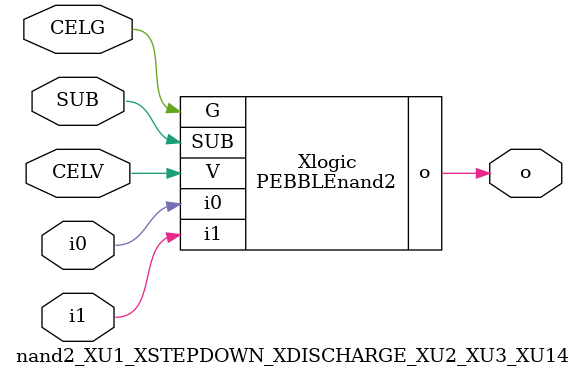
<source format=v>



module PEBBLEnand2 ( o, G, SUB, V, i0, i1 );

  input i0;
  input V;
  input i1;
  input G;
  output o;
  input SUB;
endmodule

//Celera Confidential Do Not Copy nand2_XU1_XSTEPDOWN_XDISCHARGE_XU2_XU3_XU14
//Celera Confidential Symbol Generator
//5V NAND2
module nand2_XU1_XSTEPDOWN_XDISCHARGE_XU2_XU3_XU14 (CELV,CELG,i0,i1,o,SUB);
input CELV;
input CELG;
input i0;
input i1;
input SUB;
output o;

//Celera Confidential Do Not Copy nand2
PEBBLEnand2 Xlogic(
.V (CELV),
.i0 (i0),
.i1 (i1),
.o (o),
.SUB (SUB),
.G (CELG)
);
//,diesize,PEBBLEnand2

//Celera Confidential Do Not Copy Module End
//Celera Schematic Generator
endmodule

</source>
